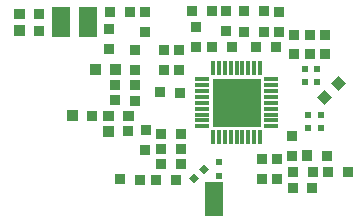
<source format=gbr>
%FSLAX34Y34*%
%MOMM*%
%LNSMDMASK_TOP*%
G71*
G01*
%ADD10R,0.600X0.600*%
%ADD11R,0.900X0.900*%
%ADD12R,1.500X2.600*%
%ADD13R,1.500X3.000*%
%ADD14R,1.200X0.300*%
%ADD15R,1.250X0.300*%
%ADD16R,0.300X1.200*%
%ADD17R,0.300X1.250*%
%ADD18R,4.100X4.100*%
%LPD*%
X466635Y926219D02*
G54D10*
D03*
X466634Y915119D02*
G54D10*
D03*
X476730Y926229D02*
G54D10*
D03*
X476730Y915129D02*
G54D10*
D03*
X480500Y876000D02*
G54D10*
D03*
X469400Y876000D02*
G54D10*
D03*
X480500Y887000D02*
G54D10*
D03*
X469400Y887000D02*
G54D10*
D03*
G36*
X464200Y857100D02*
X473200Y857100D01*
X473200Y848100D01*
X464200Y848100D01*
X464200Y857100D01*
G37*
X485400Y852500D02*
G54D11*
D03*
X415180Y975204D02*
G54D11*
D03*
X431880Y975104D02*
G54D11*
D03*
X486581Y838604D02*
G54D11*
D03*
X503281Y838503D02*
G54D11*
D03*
G36*
X301680Y916904D02*
X310680Y916904D01*
X310680Y907904D01*
X301680Y907904D01*
X301680Y916904D01*
G37*
X322880Y912304D02*
G54D11*
D03*
X306079Y899404D02*
G54D11*
D03*
X322780Y899304D02*
G54D11*
D03*
X323080Y942304D02*
G54D11*
D03*
X322980Y925604D02*
G54D11*
D03*
G36*
X285280Y930304D02*
X294280Y930304D01*
X294280Y921304D01*
X285280Y921304D01*
X285280Y930304D01*
G37*
G36*
X301980Y930204D02*
X310980Y930204D01*
X310980Y921204D01*
X301980Y921204D01*
X301980Y930204D01*
G37*
G36*
X296080Y890904D02*
X305080Y890905D01*
X305080Y881905D01*
X296080Y881904D01*
X296080Y890904D01*
G37*
G36*
X312780Y890804D02*
X321780Y890805D01*
X321780Y881805D01*
X312780Y881804D01*
X312780Y890804D01*
G37*
G36*
X265379Y891004D02*
X274379Y891005D01*
X274380Y882005D01*
X265380Y882004D01*
X265379Y891004D01*
G37*
X286580Y886405D02*
G54D11*
D03*
G36*
X296080Y877904D02*
X305080Y877905D01*
X305080Y868905D01*
X296080Y868904D01*
X296080Y877904D01*
G37*
X317280Y873305D02*
G54D11*
D03*
X327226Y832457D02*
G54D11*
D03*
X310526Y832557D02*
G54D11*
D03*
G36*
X368942Y833689D02*
X373185Y837931D01*
X377427Y833688D01*
X373183Y829446D01*
X368942Y833689D01*
G37*
G36*
X376790Y841538D02*
X381034Y845780D01*
X385276Y841537D01*
X381032Y837295D01*
X376790Y841538D01*
G37*
X394180Y835858D02*
G54D10*
D03*
X394180Y846958D02*
G54D10*
D03*
G36*
X220500Y977100D02*
X229500Y977100D01*
X229500Y968100D01*
X220500Y968100D01*
X220500Y977100D01*
G37*
X241700Y972500D02*
G54D11*
D03*
G36*
X477359Y902209D02*
X483725Y908571D01*
X490087Y902206D01*
X483722Y895843D01*
X477359Y902209D01*
G37*
G36*
X489239Y913945D02*
X495603Y920309D01*
X501967Y913945D01*
X495603Y907581D01*
X489239Y913945D01*
G37*
X260000Y965500D02*
G54D12*
D03*
X283000Y965500D02*
G54D12*
D03*
X302000Y974000D02*
G54D11*
D03*
X318700Y973900D02*
G54D11*
D03*
X371080Y975104D02*
G54D11*
D03*
X387780Y975004D02*
G54D11*
D03*
X390000Y816000D02*
G54D13*
D03*
X347480Y942304D02*
G54D11*
D03*
X347380Y925604D02*
G54D11*
D03*
X360480Y942304D02*
G54D11*
D03*
X360380Y925604D02*
G54D11*
D03*
X379730Y917504D02*
G54D14*
D03*
X438230Y917504D02*
G54D14*
D03*
X379980Y912504D02*
G54D15*
D03*
X437980Y912504D02*
G54D15*
D03*
X379980Y907504D02*
G54D15*
D03*
X437980Y907504D02*
G54D15*
D03*
X379980Y902504D02*
G54D15*
D03*
X437980Y902504D02*
G54D15*
D03*
X379980Y897504D02*
G54D15*
D03*
X437980Y897504D02*
G54D15*
D03*
X379980Y892504D02*
G54D15*
D03*
X437980Y892504D02*
G54D15*
D03*
X379980Y887504D02*
G54D15*
D03*
X437980Y887504D02*
G54D15*
D03*
X379980Y882504D02*
G54D15*
D03*
X437980Y882504D02*
G54D15*
D03*
X379730Y877504D02*
G54D14*
D03*
X438230Y877504D02*
G54D14*
D03*
X388980Y926754D02*
G54D16*
D03*
X388980Y868254D02*
G54D16*
D03*
X393980Y926504D02*
G54D17*
D03*
X393980Y868504D02*
G54D17*
D03*
X398980Y926504D02*
G54D17*
D03*
X398980Y868504D02*
G54D17*
D03*
X403980Y926504D02*
G54D17*
D03*
X403980Y868504D02*
G54D17*
D03*
X408980Y926504D02*
G54D17*
D03*
X408980Y868504D02*
G54D17*
D03*
X413980Y926504D02*
G54D17*
D03*
X413980Y868504D02*
G54D17*
D03*
X418980Y926504D02*
G54D17*
D03*
X418980Y868504D02*
G54D17*
D03*
X423980Y926504D02*
G54D17*
D03*
X423980Y868504D02*
G54D17*
D03*
X428980Y926754D02*
G54D16*
D03*
X428980Y868254D02*
G54D16*
D03*
X408980Y897504D02*
G54D18*
D03*
X425380Y944604D02*
G54D11*
D03*
X442080Y944504D02*
G54D11*
D03*
X415180Y957504D02*
G54D11*
D03*
X431880Y957404D02*
G54D11*
D03*
X444700Y957700D02*
G54D11*
D03*
X444800Y974400D02*
G54D11*
D03*
X388380Y944704D02*
G54D11*
D03*
X405080Y944604D02*
G54D11*
D03*
X399980Y975004D02*
G54D11*
D03*
X399880Y958304D02*
G54D11*
D03*
X344480Y906204D02*
G54D11*
D03*
X361180Y906104D02*
G54D11*
D03*
X374880Y961804D02*
G54D11*
D03*
X374780Y945104D02*
G54D11*
D03*
X471390Y955225D02*
G54D11*
D03*
X471290Y938525D02*
G54D11*
D03*
X483890Y955225D02*
G54D11*
D03*
X483790Y938525D02*
G54D11*
D03*
X457790Y955225D02*
G54D11*
D03*
X457690Y938525D02*
G54D11*
D03*
X455700Y852700D02*
G54D11*
D03*
X455800Y869400D02*
G54D11*
D03*
X473400Y838600D02*
G54D11*
D03*
X456700Y838700D02*
G54D11*
D03*
X430380Y833204D02*
G54D11*
D03*
X430480Y849904D02*
G54D11*
D03*
X443080Y833204D02*
G54D11*
D03*
X443180Y849904D02*
G54D11*
D03*
X345080Y871254D02*
G54D11*
D03*
X361780Y871154D02*
G54D11*
D03*
X345080Y858504D02*
G54D11*
D03*
X361780Y858404D02*
G54D11*
D03*
X345080Y845754D02*
G54D11*
D03*
X361780Y845654D02*
G54D11*
D03*
X357400Y832350D02*
G54D11*
D03*
X340700Y832450D02*
G54D11*
D03*
X331926Y874507D02*
G54D11*
D03*
X331826Y857807D02*
G54D11*
D03*
G36*
X220500Y963100D02*
X229500Y963100D01*
X229500Y954100D01*
X220500Y954100D01*
X220500Y963100D01*
G37*
X241700Y958500D02*
G54D11*
D03*
X301300Y943300D02*
G54D11*
D03*
X301400Y960000D02*
G54D11*
D03*
X331600Y957200D02*
G54D11*
D03*
X331700Y973900D02*
G54D11*
D03*
X456581Y825604D02*
G54D11*
D03*
X473281Y825503D02*
G54D11*
D03*
M02*

</source>
